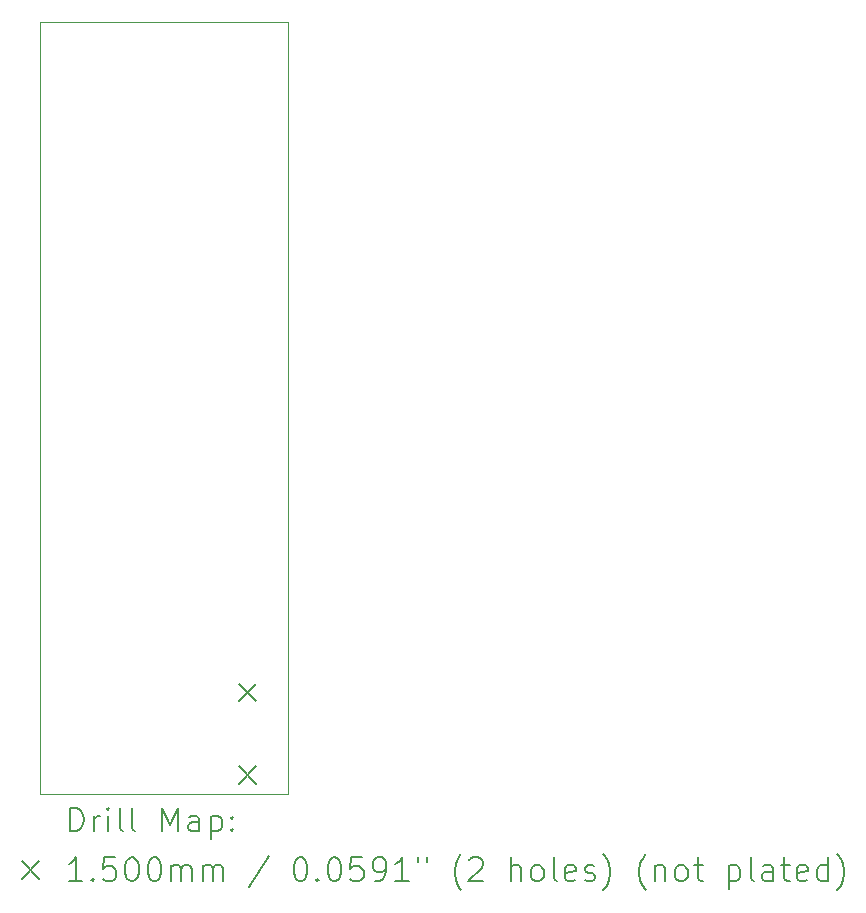
<source format=gbr>
%TF.GenerationSoftware,KiCad,Pcbnew,9.0.2*%
%TF.CreationDate,2025-07-15T04:34:07-04:00*%
%TF.ProjectId,FBT,4642542e-6b69-4636-9164-5f7063625858,rev?*%
%TF.SameCoordinates,Original*%
%TF.FileFunction,Drillmap*%
%TF.FilePolarity,Positive*%
%FSLAX45Y45*%
G04 Gerber Fmt 4.5, Leading zero omitted, Abs format (unit mm)*
G04 Created by KiCad (PCBNEW 9.0.2) date 2025-07-15 04:34:07*
%MOMM*%
%LPD*%
G01*
G04 APERTURE LIST*
%ADD10C,0.050000*%
%ADD11C,0.200000*%
%ADD12C,0.150000*%
G04 APERTURE END LIST*
D10*
X10507800Y-2437500D02*
X12609400Y-2437500D01*
X12609400Y-8977500D01*
X10507800Y-8977500D01*
X10507800Y-2437500D01*
D11*
D12*
X12194400Y-8040000D02*
X12344400Y-8190000D01*
X12344400Y-8040000D02*
X12194400Y-8190000D01*
X12194400Y-8740000D02*
X12344400Y-8890000D01*
X12344400Y-8740000D02*
X12194400Y-8890000D01*
D11*
X10766077Y-9291484D02*
X10766077Y-9091484D01*
X10766077Y-9091484D02*
X10813696Y-9091484D01*
X10813696Y-9091484D02*
X10842267Y-9101008D01*
X10842267Y-9101008D02*
X10861315Y-9120055D01*
X10861315Y-9120055D02*
X10870839Y-9139103D01*
X10870839Y-9139103D02*
X10880363Y-9177198D01*
X10880363Y-9177198D02*
X10880363Y-9205770D01*
X10880363Y-9205770D02*
X10870839Y-9243865D01*
X10870839Y-9243865D02*
X10861315Y-9262912D01*
X10861315Y-9262912D02*
X10842267Y-9281960D01*
X10842267Y-9281960D02*
X10813696Y-9291484D01*
X10813696Y-9291484D02*
X10766077Y-9291484D01*
X10966077Y-9291484D02*
X10966077Y-9158150D01*
X10966077Y-9196246D02*
X10975601Y-9177198D01*
X10975601Y-9177198D02*
X10985124Y-9167674D01*
X10985124Y-9167674D02*
X11004172Y-9158150D01*
X11004172Y-9158150D02*
X11023220Y-9158150D01*
X11089886Y-9291484D02*
X11089886Y-9158150D01*
X11089886Y-9091484D02*
X11080363Y-9101008D01*
X11080363Y-9101008D02*
X11089886Y-9110531D01*
X11089886Y-9110531D02*
X11099410Y-9101008D01*
X11099410Y-9101008D02*
X11089886Y-9091484D01*
X11089886Y-9091484D02*
X11089886Y-9110531D01*
X11213696Y-9291484D02*
X11194648Y-9281960D01*
X11194648Y-9281960D02*
X11185124Y-9262912D01*
X11185124Y-9262912D02*
X11185124Y-9091484D01*
X11318458Y-9291484D02*
X11299410Y-9281960D01*
X11299410Y-9281960D02*
X11289886Y-9262912D01*
X11289886Y-9262912D02*
X11289886Y-9091484D01*
X11547029Y-9291484D02*
X11547029Y-9091484D01*
X11547029Y-9091484D02*
X11613696Y-9234341D01*
X11613696Y-9234341D02*
X11680362Y-9091484D01*
X11680362Y-9091484D02*
X11680362Y-9291484D01*
X11861315Y-9291484D02*
X11861315Y-9186722D01*
X11861315Y-9186722D02*
X11851791Y-9167674D01*
X11851791Y-9167674D02*
X11832743Y-9158150D01*
X11832743Y-9158150D02*
X11794648Y-9158150D01*
X11794648Y-9158150D02*
X11775601Y-9167674D01*
X11861315Y-9281960D02*
X11842267Y-9291484D01*
X11842267Y-9291484D02*
X11794648Y-9291484D01*
X11794648Y-9291484D02*
X11775601Y-9281960D01*
X11775601Y-9281960D02*
X11766077Y-9262912D01*
X11766077Y-9262912D02*
X11766077Y-9243865D01*
X11766077Y-9243865D02*
X11775601Y-9224817D01*
X11775601Y-9224817D02*
X11794648Y-9215293D01*
X11794648Y-9215293D02*
X11842267Y-9215293D01*
X11842267Y-9215293D02*
X11861315Y-9205770D01*
X11956553Y-9158150D02*
X11956553Y-9358150D01*
X11956553Y-9167674D02*
X11975601Y-9158150D01*
X11975601Y-9158150D02*
X12013696Y-9158150D01*
X12013696Y-9158150D02*
X12032743Y-9167674D01*
X12032743Y-9167674D02*
X12042267Y-9177198D01*
X12042267Y-9177198D02*
X12051791Y-9196246D01*
X12051791Y-9196246D02*
X12051791Y-9253389D01*
X12051791Y-9253389D02*
X12042267Y-9272436D01*
X12042267Y-9272436D02*
X12032743Y-9281960D01*
X12032743Y-9281960D02*
X12013696Y-9291484D01*
X12013696Y-9291484D02*
X11975601Y-9291484D01*
X11975601Y-9291484D02*
X11956553Y-9281960D01*
X12137505Y-9272436D02*
X12147029Y-9281960D01*
X12147029Y-9281960D02*
X12137505Y-9291484D01*
X12137505Y-9291484D02*
X12127982Y-9281960D01*
X12127982Y-9281960D02*
X12137505Y-9272436D01*
X12137505Y-9272436D02*
X12137505Y-9291484D01*
X12137505Y-9167674D02*
X12147029Y-9177198D01*
X12147029Y-9177198D02*
X12137505Y-9186722D01*
X12137505Y-9186722D02*
X12127982Y-9177198D01*
X12127982Y-9177198D02*
X12137505Y-9167674D01*
X12137505Y-9167674D02*
X12137505Y-9186722D01*
D12*
X10355300Y-9545000D02*
X10505300Y-9695000D01*
X10505300Y-9545000D02*
X10355300Y-9695000D01*
D11*
X10870839Y-9711484D02*
X10756553Y-9711484D01*
X10813696Y-9711484D02*
X10813696Y-9511484D01*
X10813696Y-9511484D02*
X10794648Y-9540055D01*
X10794648Y-9540055D02*
X10775601Y-9559103D01*
X10775601Y-9559103D02*
X10756553Y-9568627D01*
X10956553Y-9692436D02*
X10966077Y-9701960D01*
X10966077Y-9701960D02*
X10956553Y-9711484D01*
X10956553Y-9711484D02*
X10947029Y-9701960D01*
X10947029Y-9701960D02*
X10956553Y-9692436D01*
X10956553Y-9692436D02*
X10956553Y-9711484D01*
X11147029Y-9511484D02*
X11051791Y-9511484D01*
X11051791Y-9511484D02*
X11042267Y-9606722D01*
X11042267Y-9606722D02*
X11051791Y-9597198D01*
X11051791Y-9597198D02*
X11070839Y-9587674D01*
X11070839Y-9587674D02*
X11118458Y-9587674D01*
X11118458Y-9587674D02*
X11137505Y-9597198D01*
X11137505Y-9597198D02*
X11147029Y-9606722D01*
X11147029Y-9606722D02*
X11156553Y-9625770D01*
X11156553Y-9625770D02*
X11156553Y-9673389D01*
X11156553Y-9673389D02*
X11147029Y-9692436D01*
X11147029Y-9692436D02*
X11137505Y-9701960D01*
X11137505Y-9701960D02*
X11118458Y-9711484D01*
X11118458Y-9711484D02*
X11070839Y-9711484D01*
X11070839Y-9711484D02*
X11051791Y-9701960D01*
X11051791Y-9701960D02*
X11042267Y-9692436D01*
X11280362Y-9511484D02*
X11299410Y-9511484D01*
X11299410Y-9511484D02*
X11318458Y-9521008D01*
X11318458Y-9521008D02*
X11327982Y-9530531D01*
X11327982Y-9530531D02*
X11337505Y-9549579D01*
X11337505Y-9549579D02*
X11347029Y-9587674D01*
X11347029Y-9587674D02*
X11347029Y-9635293D01*
X11347029Y-9635293D02*
X11337505Y-9673389D01*
X11337505Y-9673389D02*
X11327982Y-9692436D01*
X11327982Y-9692436D02*
X11318458Y-9701960D01*
X11318458Y-9701960D02*
X11299410Y-9711484D01*
X11299410Y-9711484D02*
X11280362Y-9711484D01*
X11280362Y-9711484D02*
X11261315Y-9701960D01*
X11261315Y-9701960D02*
X11251791Y-9692436D01*
X11251791Y-9692436D02*
X11242267Y-9673389D01*
X11242267Y-9673389D02*
X11232743Y-9635293D01*
X11232743Y-9635293D02*
X11232743Y-9587674D01*
X11232743Y-9587674D02*
X11242267Y-9549579D01*
X11242267Y-9549579D02*
X11251791Y-9530531D01*
X11251791Y-9530531D02*
X11261315Y-9521008D01*
X11261315Y-9521008D02*
X11280362Y-9511484D01*
X11470839Y-9511484D02*
X11489886Y-9511484D01*
X11489886Y-9511484D02*
X11508934Y-9521008D01*
X11508934Y-9521008D02*
X11518458Y-9530531D01*
X11518458Y-9530531D02*
X11527982Y-9549579D01*
X11527982Y-9549579D02*
X11537505Y-9587674D01*
X11537505Y-9587674D02*
X11537505Y-9635293D01*
X11537505Y-9635293D02*
X11527982Y-9673389D01*
X11527982Y-9673389D02*
X11518458Y-9692436D01*
X11518458Y-9692436D02*
X11508934Y-9701960D01*
X11508934Y-9701960D02*
X11489886Y-9711484D01*
X11489886Y-9711484D02*
X11470839Y-9711484D01*
X11470839Y-9711484D02*
X11451791Y-9701960D01*
X11451791Y-9701960D02*
X11442267Y-9692436D01*
X11442267Y-9692436D02*
X11432743Y-9673389D01*
X11432743Y-9673389D02*
X11423220Y-9635293D01*
X11423220Y-9635293D02*
X11423220Y-9587674D01*
X11423220Y-9587674D02*
X11432743Y-9549579D01*
X11432743Y-9549579D02*
X11442267Y-9530531D01*
X11442267Y-9530531D02*
X11451791Y-9521008D01*
X11451791Y-9521008D02*
X11470839Y-9511484D01*
X11623220Y-9711484D02*
X11623220Y-9578150D01*
X11623220Y-9597198D02*
X11632743Y-9587674D01*
X11632743Y-9587674D02*
X11651791Y-9578150D01*
X11651791Y-9578150D02*
X11680363Y-9578150D01*
X11680363Y-9578150D02*
X11699410Y-9587674D01*
X11699410Y-9587674D02*
X11708934Y-9606722D01*
X11708934Y-9606722D02*
X11708934Y-9711484D01*
X11708934Y-9606722D02*
X11718458Y-9587674D01*
X11718458Y-9587674D02*
X11737505Y-9578150D01*
X11737505Y-9578150D02*
X11766077Y-9578150D01*
X11766077Y-9578150D02*
X11785124Y-9587674D01*
X11785124Y-9587674D02*
X11794648Y-9606722D01*
X11794648Y-9606722D02*
X11794648Y-9711484D01*
X11889886Y-9711484D02*
X11889886Y-9578150D01*
X11889886Y-9597198D02*
X11899410Y-9587674D01*
X11899410Y-9587674D02*
X11918458Y-9578150D01*
X11918458Y-9578150D02*
X11947029Y-9578150D01*
X11947029Y-9578150D02*
X11966077Y-9587674D01*
X11966077Y-9587674D02*
X11975601Y-9606722D01*
X11975601Y-9606722D02*
X11975601Y-9711484D01*
X11975601Y-9606722D02*
X11985124Y-9587674D01*
X11985124Y-9587674D02*
X12004172Y-9578150D01*
X12004172Y-9578150D02*
X12032743Y-9578150D01*
X12032743Y-9578150D02*
X12051791Y-9587674D01*
X12051791Y-9587674D02*
X12061315Y-9606722D01*
X12061315Y-9606722D02*
X12061315Y-9711484D01*
X12451791Y-9501960D02*
X12280363Y-9759103D01*
X12708934Y-9511484D02*
X12727982Y-9511484D01*
X12727982Y-9511484D02*
X12747029Y-9521008D01*
X12747029Y-9521008D02*
X12756553Y-9530531D01*
X12756553Y-9530531D02*
X12766077Y-9549579D01*
X12766077Y-9549579D02*
X12775601Y-9587674D01*
X12775601Y-9587674D02*
X12775601Y-9635293D01*
X12775601Y-9635293D02*
X12766077Y-9673389D01*
X12766077Y-9673389D02*
X12756553Y-9692436D01*
X12756553Y-9692436D02*
X12747029Y-9701960D01*
X12747029Y-9701960D02*
X12727982Y-9711484D01*
X12727982Y-9711484D02*
X12708934Y-9711484D01*
X12708934Y-9711484D02*
X12689886Y-9701960D01*
X12689886Y-9701960D02*
X12680363Y-9692436D01*
X12680363Y-9692436D02*
X12670839Y-9673389D01*
X12670839Y-9673389D02*
X12661315Y-9635293D01*
X12661315Y-9635293D02*
X12661315Y-9587674D01*
X12661315Y-9587674D02*
X12670839Y-9549579D01*
X12670839Y-9549579D02*
X12680363Y-9530531D01*
X12680363Y-9530531D02*
X12689886Y-9521008D01*
X12689886Y-9521008D02*
X12708934Y-9511484D01*
X12861315Y-9692436D02*
X12870839Y-9701960D01*
X12870839Y-9701960D02*
X12861315Y-9711484D01*
X12861315Y-9711484D02*
X12851791Y-9701960D01*
X12851791Y-9701960D02*
X12861315Y-9692436D01*
X12861315Y-9692436D02*
X12861315Y-9711484D01*
X12994648Y-9511484D02*
X13013696Y-9511484D01*
X13013696Y-9511484D02*
X13032744Y-9521008D01*
X13032744Y-9521008D02*
X13042267Y-9530531D01*
X13042267Y-9530531D02*
X13051791Y-9549579D01*
X13051791Y-9549579D02*
X13061315Y-9587674D01*
X13061315Y-9587674D02*
X13061315Y-9635293D01*
X13061315Y-9635293D02*
X13051791Y-9673389D01*
X13051791Y-9673389D02*
X13042267Y-9692436D01*
X13042267Y-9692436D02*
X13032744Y-9701960D01*
X13032744Y-9701960D02*
X13013696Y-9711484D01*
X13013696Y-9711484D02*
X12994648Y-9711484D01*
X12994648Y-9711484D02*
X12975601Y-9701960D01*
X12975601Y-9701960D02*
X12966077Y-9692436D01*
X12966077Y-9692436D02*
X12956553Y-9673389D01*
X12956553Y-9673389D02*
X12947029Y-9635293D01*
X12947029Y-9635293D02*
X12947029Y-9587674D01*
X12947029Y-9587674D02*
X12956553Y-9549579D01*
X12956553Y-9549579D02*
X12966077Y-9530531D01*
X12966077Y-9530531D02*
X12975601Y-9521008D01*
X12975601Y-9521008D02*
X12994648Y-9511484D01*
X13242267Y-9511484D02*
X13147029Y-9511484D01*
X13147029Y-9511484D02*
X13137506Y-9606722D01*
X13137506Y-9606722D02*
X13147029Y-9597198D01*
X13147029Y-9597198D02*
X13166077Y-9587674D01*
X13166077Y-9587674D02*
X13213696Y-9587674D01*
X13213696Y-9587674D02*
X13232744Y-9597198D01*
X13232744Y-9597198D02*
X13242267Y-9606722D01*
X13242267Y-9606722D02*
X13251791Y-9625770D01*
X13251791Y-9625770D02*
X13251791Y-9673389D01*
X13251791Y-9673389D02*
X13242267Y-9692436D01*
X13242267Y-9692436D02*
X13232744Y-9701960D01*
X13232744Y-9701960D02*
X13213696Y-9711484D01*
X13213696Y-9711484D02*
X13166077Y-9711484D01*
X13166077Y-9711484D02*
X13147029Y-9701960D01*
X13147029Y-9701960D02*
X13137506Y-9692436D01*
X13347029Y-9711484D02*
X13385125Y-9711484D01*
X13385125Y-9711484D02*
X13404172Y-9701960D01*
X13404172Y-9701960D02*
X13413696Y-9692436D01*
X13413696Y-9692436D02*
X13432744Y-9663865D01*
X13432744Y-9663865D02*
X13442267Y-9625770D01*
X13442267Y-9625770D02*
X13442267Y-9549579D01*
X13442267Y-9549579D02*
X13432744Y-9530531D01*
X13432744Y-9530531D02*
X13423220Y-9521008D01*
X13423220Y-9521008D02*
X13404172Y-9511484D01*
X13404172Y-9511484D02*
X13366077Y-9511484D01*
X13366077Y-9511484D02*
X13347029Y-9521008D01*
X13347029Y-9521008D02*
X13337506Y-9530531D01*
X13337506Y-9530531D02*
X13327982Y-9549579D01*
X13327982Y-9549579D02*
X13327982Y-9597198D01*
X13327982Y-9597198D02*
X13337506Y-9616246D01*
X13337506Y-9616246D02*
X13347029Y-9625770D01*
X13347029Y-9625770D02*
X13366077Y-9635293D01*
X13366077Y-9635293D02*
X13404172Y-9635293D01*
X13404172Y-9635293D02*
X13423220Y-9625770D01*
X13423220Y-9625770D02*
X13432744Y-9616246D01*
X13432744Y-9616246D02*
X13442267Y-9597198D01*
X13632744Y-9711484D02*
X13518458Y-9711484D01*
X13575601Y-9711484D02*
X13575601Y-9511484D01*
X13575601Y-9511484D02*
X13556553Y-9540055D01*
X13556553Y-9540055D02*
X13537506Y-9559103D01*
X13537506Y-9559103D02*
X13518458Y-9568627D01*
X13708934Y-9511484D02*
X13708934Y-9549579D01*
X13785125Y-9511484D02*
X13785125Y-9549579D01*
X14080363Y-9787674D02*
X14070839Y-9778150D01*
X14070839Y-9778150D02*
X14051791Y-9749579D01*
X14051791Y-9749579D02*
X14042268Y-9730531D01*
X14042268Y-9730531D02*
X14032744Y-9701960D01*
X14032744Y-9701960D02*
X14023220Y-9654341D01*
X14023220Y-9654341D02*
X14023220Y-9616246D01*
X14023220Y-9616246D02*
X14032744Y-9568627D01*
X14032744Y-9568627D02*
X14042268Y-9540055D01*
X14042268Y-9540055D02*
X14051791Y-9521008D01*
X14051791Y-9521008D02*
X14070839Y-9492436D01*
X14070839Y-9492436D02*
X14080363Y-9482912D01*
X14147029Y-9530531D02*
X14156553Y-9521008D01*
X14156553Y-9521008D02*
X14175601Y-9511484D01*
X14175601Y-9511484D02*
X14223220Y-9511484D01*
X14223220Y-9511484D02*
X14242268Y-9521008D01*
X14242268Y-9521008D02*
X14251791Y-9530531D01*
X14251791Y-9530531D02*
X14261315Y-9549579D01*
X14261315Y-9549579D02*
X14261315Y-9568627D01*
X14261315Y-9568627D02*
X14251791Y-9597198D01*
X14251791Y-9597198D02*
X14137506Y-9711484D01*
X14137506Y-9711484D02*
X14261315Y-9711484D01*
X14499410Y-9711484D02*
X14499410Y-9511484D01*
X14585125Y-9711484D02*
X14585125Y-9606722D01*
X14585125Y-9606722D02*
X14575601Y-9587674D01*
X14575601Y-9587674D02*
X14556553Y-9578150D01*
X14556553Y-9578150D02*
X14527982Y-9578150D01*
X14527982Y-9578150D02*
X14508934Y-9587674D01*
X14508934Y-9587674D02*
X14499410Y-9597198D01*
X14708934Y-9711484D02*
X14689887Y-9701960D01*
X14689887Y-9701960D02*
X14680363Y-9692436D01*
X14680363Y-9692436D02*
X14670839Y-9673389D01*
X14670839Y-9673389D02*
X14670839Y-9616246D01*
X14670839Y-9616246D02*
X14680363Y-9597198D01*
X14680363Y-9597198D02*
X14689887Y-9587674D01*
X14689887Y-9587674D02*
X14708934Y-9578150D01*
X14708934Y-9578150D02*
X14737506Y-9578150D01*
X14737506Y-9578150D02*
X14756553Y-9587674D01*
X14756553Y-9587674D02*
X14766077Y-9597198D01*
X14766077Y-9597198D02*
X14775601Y-9616246D01*
X14775601Y-9616246D02*
X14775601Y-9673389D01*
X14775601Y-9673389D02*
X14766077Y-9692436D01*
X14766077Y-9692436D02*
X14756553Y-9701960D01*
X14756553Y-9701960D02*
X14737506Y-9711484D01*
X14737506Y-9711484D02*
X14708934Y-9711484D01*
X14889887Y-9711484D02*
X14870839Y-9701960D01*
X14870839Y-9701960D02*
X14861315Y-9682912D01*
X14861315Y-9682912D02*
X14861315Y-9511484D01*
X15042268Y-9701960D02*
X15023220Y-9711484D01*
X15023220Y-9711484D02*
X14985125Y-9711484D01*
X14985125Y-9711484D02*
X14966077Y-9701960D01*
X14966077Y-9701960D02*
X14956553Y-9682912D01*
X14956553Y-9682912D02*
X14956553Y-9606722D01*
X14956553Y-9606722D02*
X14966077Y-9587674D01*
X14966077Y-9587674D02*
X14985125Y-9578150D01*
X14985125Y-9578150D02*
X15023220Y-9578150D01*
X15023220Y-9578150D02*
X15042268Y-9587674D01*
X15042268Y-9587674D02*
X15051791Y-9606722D01*
X15051791Y-9606722D02*
X15051791Y-9625770D01*
X15051791Y-9625770D02*
X14956553Y-9644817D01*
X15127982Y-9701960D02*
X15147030Y-9711484D01*
X15147030Y-9711484D02*
X15185125Y-9711484D01*
X15185125Y-9711484D02*
X15204172Y-9701960D01*
X15204172Y-9701960D02*
X15213696Y-9682912D01*
X15213696Y-9682912D02*
X15213696Y-9673389D01*
X15213696Y-9673389D02*
X15204172Y-9654341D01*
X15204172Y-9654341D02*
X15185125Y-9644817D01*
X15185125Y-9644817D02*
X15156553Y-9644817D01*
X15156553Y-9644817D02*
X15137506Y-9635293D01*
X15137506Y-9635293D02*
X15127982Y-9616246D01*
X15127982Y-9616246D02*
X15127982Y-9606722D01*
X15127982Y-9606722D02*
X15137506Y-9587674D01*
X15137506Y-9587674D02*
X15156553Y-9578150D01*
X15156553Y-9578150D02*
X15185125Y-9578150D01*
X15185125Y-9578150D02*
X15204172Y-9587674D01*
X15280363Y-9787674D02*
X15289887Y-9778150D01*
X15289887Y-9778150D02*
X15308934Y-9749579D01*
X15308934Y-9749579D02*
X15318458Y-9730531D01*
X15318458Y-9730531D02*
X15327982Y-9701960D01*
X15327982Y-9701960D02*
X15337506Y-9654341D01*
X15337506Y-9654341D02*
X15337506Y-9616246D01*
X15337506Y-9616246D02*
X15327982Y-9568627D01*
X15327982Y-9568627D02*
X15318458Y-9540055D01*
X15318458Y-9540055D02*
X15308934Y-9521008D01*
X15308934Y-9521008D02*
X15289887Y-9492436D01*
X15289887Y-9492436D02*
X15280363Y-9482912D01*
X15642268Y-9787674D02*
X15632744Y-9778150D01*
X15632744Y-9778150D02*
X15613696Y-9749579D01*
X15613696Y-9749579D02*
X15604172Y-9730531D01*
X15604172Y-9730531D02*
X15594649Y-9701960D01*
X15594649Y-9701960D02*
X15585125Y-9654341D01*
X15585125Y-9654341D02*
X15585125Y-9616246D01*
X15585125Y-9616246D02*
X15594649Y-9568627D01*
X15594649Y-9568627D02*
X15604172Y-9540055D01*
X15604172Y-9540055D02*
X15613696Y-9521008D01*
X15613696Y-9521008D02*
X15632744Y-9492436D01*
X15632744Y-9492436D02*
X15642268Y-9482912D01*
X15718458Y-9578150D02*
X15718458Y-9711484D01*
X15718458Y-9597198D02*
X15727982Y-9587674D01*
X15727982Y-9587674D02*
X15747030Y-9578150D01*
X15747030Y-9578150D02*
X15775601Y-9578150D01*
X15775601Y-9578150D02*
X15794649Y-9587674D01*
X15794649Y-9587674D02*
X15804172Y-9606722D01*
X15804172Y-9606722D02*
X15804172Y-9711484D01*
X15927982Y-9711484D02*
X15908934Y-9701960D01*
X15908934Y-9701960D02*
X15899411Y-9692436D01*
X15899411Y-9692436D02*
X15889887Y-9673389D01*
X15889887Y-9673389D02*
X15889887Y-9616246D01*
X15889887Y-9616246D02*
X15899411Y-9597198D01*
X15899411Y-9597198D02*
X15908934Y-9587674D01*
X15908934Y-9587674D02*
X15927982Y-9578150D01*
X15927982Y-9578150D02*
X15956553Y-9578150D01*
X15956553Y-9578150D02*
X15975601Y-9587674D01*
X15975601Y-9587674D02*
X15985125Y-9597198D01*
X15985125Y-9597198D02*
X15994649Y-9616246D01*
X15994649Y-9616246D02*
X15994649Y-9673389D01*
X15994649Y-9673389D02*
X15985125Y-9692436D01*
X15985125Y-9692436D02*
X15975601Y-9701960D01*
X15975601Y-9701960D02*
X15956553Y-9711484D01*
X15956553Y-9711484D02*
X15927982Y-9711484D01*
X16051792Y-9578150D02*
X16127982Y-9578150D01*
X16080363Y-9511484D02*
X16080363Y-9682912D01*
X16080363Y-9682912D02*
X16089887Y-9701960D01*
X16089887Y-9701960D02*
X16108934Y-9711484D01*
X16108934Y-9711484D02*
X16127982Y-9711484D01*
X16347030Y-9578150D02*
X16347030Y-9778150D01*
X16347030Y-9587674D02*
X16366077Y-9578150D01*
X16366077Y-9578150D02*
X16404173Y-9578150D01*
X16404173Y-9578150D02*
X16423220Y-9587674D01*
X16423220Y-9587674D02*
X16432744Y-9597198D01*
X16432744Y-9597198D02*
X16442268Y-9616246D01*
X16442268Y-9616246D02*
X16442268Y-9673389D01*
X16442268Y-9673389D02*
X16432744Y-9692436D01*
X16432744Y-9692436D02*
X16423220Y-9701960D01*
X16423220Y-9701960D02*
X16404173Y-9711484D01*
X16404173Y-9711484D02*
X16366077Y-9711484D01*
X16366077Y-9711484D02*
X16347030Y-9701960D01*
X16556553Y-9711484D02*
X16537506Y-9701960D01*
X16537506Y-9701960D02*
X16527982Y-9682912D01*
X16527982Y-9682912D02*
X16527982Y-9511484D01*
X16718458Y-9711484D02*
X16718458Y-9606722D01*
X16718458Y-9606722D02*
X16708934Y-9587674D01*
X16708934Y-9587674D02*
X16689887Y-9578150D01*
X16689887Y-9578150D02*
X16651792Y-9578150D01*
X16651792Y-9578150D02*
X16632744Y-9587674D01*
X16718458Y-9701960D02*
X16699411Y-9711484D01*
X16699411Y-9711484D02*
X16651792Y-9711484D01*
X16651792Y-9711484D02*
X16632744Y-9701960D01*
X16632744Y-9701960D02*
X16623220Y-9682912D01*
X16623220Y-9682912D02*
X16623220Y-9663865D01*
X16623220Y-9663865D02*
X16632744Y-9644817D01*
X16632744Y-9644817D02*
X16651792Y-9635293D01*
X16651792Y-9635293D02*
X16699411Y-9635293D01*
X16699411Y-9635293D02*
X16718458Y-9625770D01*
X16785125Y-9578150D02*
X16861315Y-9578150D01*
X16813696Y-9511484D02*
X16813696Y-9682912D01*
X16813696Y-9682912D02*
X16823220Y-9701960D01*
X16823220Y-9701960D02*
X16842268Y-9711484D01*
X16842268Y-9711484D02*
X16861315Y-9711484D01*
X17004173Y-9701960D02*
X16985125Y-9711484D01*
X16985125Y-9711484D02*
X16947030Y-9711484D01*
X16947030Y-9711484D02*
X16927982Y-9701960D01*
X16927982Y-9701960D02*
X16918458Y-9682912D01*
X16918458Y-9682912D02*
X16918458Y-9606722D01*
X16918458Y-9606722D02*
X16927982Y-9587674D01*
X16927982Y-9587674D02*
X16947030Y-9578150D01*
X16947030Y-9578150D02*
X16985125Y-9578150D01*
X16985125Y-9578150D02*
X17004173Y-9587674D01*
X17004173Y-9587674D02*
X17013696Y-9606722D01*
X17013696Y-9606722D02*
X17013696Y-9625770D01*
X17013696Y-9625770D02*
X16918458Y-9644817D01*
X17185125Y-9711484D02*
X17185125Y-9511484D01*
X17185125Y-9701960D02*
X17166077Y-9711484D01*
X17166077Y-9711484D02*
X17127982Y-9711484D01*
X17127982Y-9711484D02*
X17108935Y-9701960D01*
X17108935Y-9701960D02*
X17099411Y-9692436D01*
X17099411Y-9692436D02*
X17089887Y-9673389D01*
X17089887Y-9673389D02*
X17089887Y-9616246D01*
X17089887Y-9616246D02*
X17099411Y-9597198D01*
X17099411Y-9597198D02*
X17108935Y-9587674D01*
X17108935Y-9587674D02*
X17127982Y-9578150D01*
X17127982Y-9578150D02*
X17166077Y-9578150D01*
X17166077Y-9578150D02*
X17185125Y-9587674D01*
X17261316Y-9787674D02*
X17270839Y-9778150D01*
X17270839Y-9778150D02*
X17289887Y-9749579D01*
X17289887Y-9749579D02*
X17299411Y-9730531D01*
X17299411Y-9730531D02*
X17308935Y-9701960D01*
X17308935Y-9701960D02*
X17318458Y-9654341D01*
X17318458Y-9654341D02*
X17318458Y-9616246D01*
X17318458Y-9616246D02*
X17308935Y-9568627D01*
X17308935Y-9568627D02*
X17299411Y-9540055D01*
X17299411Y-9540055D02*
X17289887Y-9521008D01*
X17289887Y-9521008D02*
X17270839Y-9492436D01*
X17270839Y-9492436D02*
X17261316Y-9482912D01*
M02*

</source>
